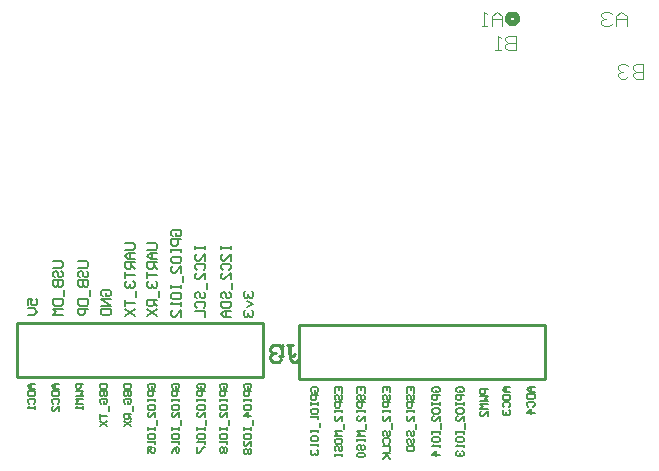
<source format=gbo>
%FSTAX23Y23*%
%MOIN*%
%SFA1B1*%

%IPPOS*%
%ADD11C,0.020000*%
%ADD13C,0.010000*%
%ADD16C,0.006000*%
%ADD17C,0.008000*%
%ADD18C,0.003000*%
%LNesp32c3phils-1*%
%LPD*%
G54D11*
X0458Y04115D02*
D01*
X04579Y04116*
X04579Y04117*
X04579Y04118*
X04579Y04119*
X04579Y0412*
X04578Y04121*
X04578Y04122*
X04577Y04122*
X04577Y04123*
X04576Y04124*
X04575Y04125*
X04575Y04126*
X04574Y04126*
X04573Y04127*
X04572Y04127*
X04571Y04128*
X0457Y04128*
X04569Y04129*
X04568Y04129*
X04567Y04129*
X04566Y04129*
X04565Y04129*
X04564*
X04563Y04129*
X04562Y04129*
X04561Y04129*
X0456Y04129*
X04559Y04128*
X04558Y04128*
X04557Y04127*
X04556Y04127*
X04555Y04126*
X04554Y04126*
X04554Y04125*
X04553Y04124*
X04552Y04123*
X04552Y04122*
X04551Y04122*
X04551Y04121*
X0455Y0412*
X0455Y04119*
X0455Y04118*
X0455Y04117*
X0455Y04116*
X0455Y04115*
X0455Y04113*
X0455Y04112*
X0455Y04111*
X0455Y0411*
X0455Y04109*
X04551Y04108*
X04551Y04107*
X04552Y04107*
X04552Y04106*
X04553Y04105*
X04554Y04104*
X04554Y04103*
X04555Y04103*
X04556Y04102*
X04557Y04102*
X04558Y04101*
X04559Y04101*
X0456Y041*
X04561Y041*
X04562Y041*
X04563Y041*
X04564Y041*
X04565*
X04566Y041*
X04567Y041*
X04568Y041*
X04569Y041*
X0457Y04101*
X04571Y04101*
X04572Y04102*
X04573Y04102*
X04574Y04103*
X04575Y04103*
X04575Y04104*
X04576Y04105*
X04577Y04106*
X04577Y04107*
X04578Y04107*
X04578Y04108*
X04579Y04109*
X04579Y0411*
X04579Y04111*
X04579Y04112*
X04579Y04113*
X0458Y04115*
G54D13*
X03854Y03095D02*
X04674D01*
Y02915D02*
Y03095D01*
X03854Y02915D02*
X04674D01*
X03854D02*
Y03095D01*
X02914Y031D02*
X03734D01*
Y0292D02*
Y031D01*
X02914Y0292D02*
X03734D01*
X02914D02*
Y031D01*
Y0292D02*
Y031D01*
Y0292D02*
X03734D01*
Y031*
X02914D02*
X03734D01*
X03814Y03029D02*
X03834D01*
X03824*
Y0298*
X03834Y0297*
X03844*
X03854Y0298*
X03794Y03019D02*
X03785Y03029D01*
X03765*
X03755Y03019*
Y03009*
X03765Y03*
X03775*
X03765*
X03755Y0299*
Y0298*
X03765Y0297*
X03785*
X03794Y0298*
X03814Y03029D02*
X03828D01*
X03821*
Y02996*
X03828Y0299*
X03834*
X03841Y02996*
X03801Y0299D02*
X03788D01*
X03795*
Y03029*
X03801Y03023*
G54D16*
X02974Y02899D02*
X02957D01*
X02949Y0289*
X02957Y02882*
X02974*
X02961*
Y02899*
X02949Y02874D02*
X02974D01*
Y02861*
X02969Y02857*
X02953*
X02949Y02861*
Y02874*
X02953Y02832D02*
X02949Y02836D01*
Y02844*
X02953Y02849*
X02969*
X02974Y02844*
Y02836*
X02969Y02832*
X02974Y02824D02*
Y02815D01*
Y02819*
X02949*
X02953Y02824*
X03054Y02899D02*
X03037D01*
X03029Y0289*
X03037Y02882*
X03054*
X03041*
Y02899*
X03029Y02874D02*
X03054D01*
Y02861*
X03049Y02857*
X03033*
X03029Y02861*
Y02874*
X03033Y02832D02*
X03029Y02836D01*
Y02844*
X03033Y02849*
X03049*
X03054Y02844*
Y02836*
X03049Y02832*
X03054Y02807D02*
Y02824D01*
X03037Y02807*
X03033*
X03029Y02811*
Y02819*
X03033Y02824*
X03134Y02899D02*
X03109D01*
Y02886*
X03113Y02882*
X03121*
X03125Y02886*
Y02899*
X03109Y02874D02*
X03134D01*
X03125Y02865*
X03134Y02857*
X03109*
X03134Y02849D02*
X03109D01*
X03117Y0284*
X03109Y02832*
X03134*
Y02824D02*
Y02815D01*
Y02819*
X03109*
X03113Y02824*
X03189Y02899D02*
X03214D01*
Y02886*
X0321Y02882*
X03194*
X03189Y02886*
Y02899*
Y02874D02*
X03214D01*
Y02861*
X0321Y02857*
X03206*
X03202Y02861*
Y02874*
Y02861*
X03198Y02857*
X03194*
X03189Y02861*
Y02874*
X03194Y02832D02*
X03189Y02836D01*
Y02844*
X03194Y02849*
X0321*
X03214Y02844*
Y02836*
X0321Y02832*
X03202*
Y0284*
X03219Y02824D02*
Y02807D01*
X03189Y02799D02*
Y02782D01*
Y0279*
X03214*
X03189Y02774D02*
X03214Y02757D01*
X03189D02*
X03214Y02774D01*
X03269Y02899D02*
X03294D01*
Y02886*
X0329Y02882*
X03274*
X03269Y02886*
Y02899*
Y02874D02*
X03294D01*
Y02861*
X0329Y02857*
X03286*
X03282Y02861*
Y02874*
Y02861*
X03278Y02857*
X03274*
X03269Y02861*
Y02874*
X03274Y02832D02*
X03269Y02836D01*
Y02844*
X03274Y02849*
X0329*
X03294Y02844*
Y02836*
X0329Y02832*
X03282*
Y0284*
X03299Y02824D02*
Y02807D01*
X03294Y02799D02*
X03269D01*
Y02786*
X03274Y02782*
X03282*
X03286Y02786*
Y02799*
Y0279D02*
X03294Y02782D01*
X03269Y02774D02*
X03294Y02757D01*
X03269D02*
X03294Y02774D01*
X03354Y02882D02*
X03349Y02886D01*
Y02894*
X03354Y02899*
X0337*
X03374Y02894*
Y02886*
X0337Y02882*
X03362*
Y0289*
X03374Y02874D02*
X03349D01*
Y02861*
X03354Y02857*
X03362*
X03366Y02861*
Y02874*
X03349Y02849D02*
Y0284D01*
Y02844*
X03374*
Y02849*
Y0284*
X03349Y02815D02*
Y02824D01*
X03354Y02828*
X0337*
X03374Y02824*
Y02815*
X0337Y02811*
X03354*
X03349Y02815*
X03374Y02786D02*
Y02803D01*
X03358Y02786*
X03354*
X03349Y0279*
Y02799*
X03354Y02803*
X03379Y02778D02*
Y02761D01*
X03349Y02753D02*
Y02744D01*
Y02749*
X03374*
Y02753*
Y02744*
X03349Y02719D02*
Y02728D01*
X03354Y02732*
X0337*
X03374Y02728*
Y02719*
X0337Y02715*
X03354*
X03349Y02719*
X03374Y02707D02*
Y02699D01*
Y02703*
X03349*
X03354Y02707*
X03349Y02669D02*
Y02686D01*
X03362*
X03358Y02678*
Y02674*
X03362Y02669*
X0337*
X03374Y02674*
Y02682*
X0337Y02686*
X03434Y02882D02*
X03429Y02886D01*
Y02894*
X03434Y02899*
X0345*
X03454Y02894*
Y02886*
X0345Y02882*
X03442*
Y0289*
X03454Y02874D02*
X03429D01*
Y02861*
X03434Y02857*
X03442*
X03446Y02861*
Y02874*
X03429Y02849D02*
Y0284D01*
Y02844*
X03454*
Y02849*
Y0284*
X03429Y02815D02*
Y02824D01*
X03434Y02828*
X0345*
X03454Y02824*
Y02815*
X0345Y02811*
X03434*
X03429Y02815*
X03454Y02786D02*
Y02803D01*
X03438Y02786*
X03434*
X03429Y0279*
Y02799*
X03434Y02803*
X03459Y02778D02*
Y02761D01*
X03429Y02753D02*
Y02744D01*
Y02749*
X03454*
Y02753*
Y02744*
X03429Y02719D02*
Y02728D01*
X03434Y02732*
X0345*
X03454Y02728*
Y02719*
X0345Y02715*
X03434*
X03429Y02719*
X03454Y02707D02*
Y02699D01*
Y02703*
X03429*
X03434Y02707*
X03429Y02669D02*
X03434Y02678D01*
X03442Y02686*
X0345*
X03454Y02682*
Y02674*
X0345Y02669*
X03446*
X03442Y02674*
Y02686*
X03519Y02882D02*
X03514Y02886D01*
Y02894*
X03519Y02899*
X03535*
X03539Y02894*
Y02886*
X03535Y02882*
X03527*
Y0289*
X03539Y02874D02*
X03514D01*
Y02861*
X03519Y02857*
X03527*
X03531Y02861*
Y02874*
X03514Y02849D02*
Y0284D01*
Y02844*
X03539*
Y02849*
Y0284*
X03514Y02815D02*
Y02824D01*
X03519Y02828*
X03535*
X03539Y02824*
Y02815*
X03535Y02811*
X03519*
X03514Y02815*
X03539Y02786D02*
Y02803D01*
X03523Y02786*
X03519*
X03514Y0279*
Y02799*
X03519Y02803*
X03544Y02778D02*
Y02761D01*
X03514Y02753D02*
Y02744D01*
Y02749*
X03539*
Y02753*
Y02744*
X03514Y02719D02*
Y02728D01*
X03519Y02732*
X03535*
X03539Y02728*
Y02719*
X03535Y02715*
X03519*
X03514Y02719*
X03539Y02707D02*
Y02699D01*
Y02703*
X03514*
X03519Y02707*
X03514Y02686D02*
Y02669D01*
X03519*
X03535Y02686*
X03539*
X03594Y02882D02*
X03589Y02886D01*
Y02894*
X03594Y02899*
X0361*
X03614Y02894*
Y02886*
X0361Y02882*
X03602*
Y0289*
X03614Y02874D02*
X03589D01*
Y02861*
X03594Y02857*
X03602*
X03606Y02861*
Y02874*
X03589Y02849D02*
Y0284D01*
Y02844*
X03614*
Y02849*
Y0284*
X03589Y02815D02*
Y02824D01*
X03594Y02828*
X0361*
X03614Y02824*
Y02815*
X0361Y02811*
X03594*
X03589Y02815*
X03614Y02786D02*
Y02803D01*
X03598Y02786*
X03594*
X03589Y0279*
Y02799*
X03594Y02803*
X03619Y02778D02*
Y02761D01*
X03589Y02753D02*
Y02744D01*
Y02749*
X03614*
Y02753*
Y02744*
X03589Y02719D02*
Y02728D01*
X03594Y02732*
X0361*
X03614Y02728*
Y02719*
X0361Y02715*
X03594*
X03589Y02719*
X03614Y02707D02*
Y02699D01*
Y02703*
X03589*
X03594Y02707*
Y02686D02*
X03589Y02682D01*
Y02674*
X03594Y02669*
X03598*
X03602Y02674*
X03606Y02669*
X0361*
X03614Y02674*
Y02682*
X0361Y02686*
X03606*
X03602Y02682*
X03598Y02686*
X03594*
X03602Y02682D02*
Y02674D01*
X03674Y02882D02*
X03669Y02886D01*
Y02894*
X03674Y02899*
X0369*
X03694Y02894*
Y02886*
X0369Y02882*
X03682*
Y0289*
X03694Y02874D02*
X03669D01*
Y02861*
X03674Y02857*
X03682*
X03686Y02861*
Y02874*
X03669Y02849D02*
Y0284D01*
Y02844*
X03694*
Y02849*
Y0284*
X03669Y02815D02*
Y02824D01*
X03674Y02828*
X0369*
X03694Y02824*
Y02815*
X0369Y02811*
X03674*
X03669Y02815*
X03694Y0279D02*
X03669D01*
X03682Y02803*
Y02786*
X03699Y02778D02*
Y02761D01*
X03669Y02753D02*
Y02744D01*
Y02749*
X03694*
Y02753*
Y02744*
X03669Y02719D02*
Y02728D01*
X03674Y02732*
X0369*
X03694Y02728*
Y02719*
X0369Y02715*
X03674*
X03669Y02719*
X03694Y0269D02*
Y02707D01*
X03678Y0269*
X03674*
X03669Y02694*
Y02703*
X03674Y02707*
Y02682D02*
X03669Y02678D01*
Y02669*
X03674Y02665*
X03678*
X03682Y02669*
X03686Y02665*
X0369*
X03694Y02669*
Y02678*
X0369Y02682*
X03686*
X03682Y02678*
X03678Y02682*
X03674*
X03682Y02678D02*
Y02669D01*
X04639Y02889D02*
X04622D01*
X04614Y0288*
X04622Y02872*
X04639*
X04626*
Y02889*
X04614Y02864D02*
X04639D01*
Y02851*
X04634Y02847*
X04618*
X04614Y02851*
Y02864*
X04618Y02822D02*
X04614Y02826D01*
Y02834*
X04618Y02839*
X04634*
X04639Y02834*
Y02826*
X04634Y02822*
X04639Y02801D02*
X04614D01*
X04626Y02814*
Y02797*
G54D17*
X03897Y02869D02*
X03892Y02874D01*
Y02882*
X03897Y02886*
X03913*
X03917Y02882*
Y02874*
X03913Y02869*
X03905*
Y02878*
X03917Y02861D02*
X03892D01*
Y02849*
X03897Y02844*
X03905*
X03909Y02849*
Y02861*
X03892Y02836D02*
Y02828D01*
Y02832*
X03917*
Y02836*
Y02828*
X03892Y02803D02*
Y02811D01*
X03897Y02815*
X03913*
X03917Y02811*
Y02803*
X03913Y02799*
X03897*
X03892Y02803*
X03917Y0279D02*
Y02782D01*
Y02786*
X03892*
X03897Y0279*
X03922Y02769D02*
Y02753D01*
X03892Y02744D02*
Y02736D01*
Y0274*
X03917*
Y02744*
Y02736*
X03892Y02711D02*
Y02719D01*
X03897Y02724*
X03913*
X03917Y02719*
Y02711*
X03913Y02707*
X03897*
X03892Y02711*
X03917Y02699D02*
Y0269D01*
Y02694*
X03892*
X03897Y02699*
Y02678D02*
X03892Y02674D01*
Y02665*
X03897Y02661*
X03901*
X03905Y02665*
Y02669*
Y02665*
X03909Y02661*
X03913*
X03917Y02665*
Y02674*
X03913Y02678*
X03972Y02869D02*
Y02886D01*
X03997*
Y02869*
X03985Y02886D02*
Y02878D01*
X03977Y02844D02*
X03972Y02849D01*
Y02857*
X03977Y02861*
X03981*
X03985Y02857*
Y02849*
X03989Y02844*
X03993*
X03997Y02849*
Y02857*
X03993Y02861*
X03997Y02836D02*
X03972D01*
Y02824*
X03977Y02819*
X03985*
X03989Y02824*
Y02836*
X03972Y02811D02*
Y02803D01*
Y02807*
X03997*
Y02811*
Y02803*
Y02774D02*
Y0279D01*
X03981Y02774*
X03977*
X03972Y02778*
Y02786*
X03977Y0279*
X04002Y02765D02*
Y02749D01*
X03997Y0274D02*
X03972D01*
X03981Y02732*
X03972Y02724*
X03997*
X03972Y02703D02*
Y02711D01*
X03977Y02715*
X03993*
X03997Y02711*
Y02703*
X03993Y02699*
X03977*
X03972Y02703*
X03977Y02674D02*
X03972Y02678D01*
Y02686*
X03977Y0269*
X03981*
X03985Y02686*
Y02678*
X03989Y02674*
X03993*
X03997Y02678*
Y02686*
X03993Y0269*
X03972Y02665D02*
Y02657D01*
Y02661*
X03997*
Y02665*
Y02657*
X04047Y02869D02*
Y02886D01*
X04072*
Y02869*
X0406Y02886D02*
Y02878D01*
X04052Y02844D02*
X04047Y02849D01*
Y02857*
X04052Y02861*
X04056*
X0406Y02857*
Y02849*
X04064Y02844*
X04068*
X04072Y02849*
Y02857*
X04068Y02861*
X04072Y02836D02*
X04047D01*
Y02824*
X04052Y02819*
X0406*
X04064Y02824*
Y02836*
X04047Y02811D02*
Y02803D01*
Y02807*
X04072*
Y02811*
Y02803*
Y02774D02*
Y0279D01*
X04056Y02774*
X04052*
X04047Y02778*
Y02786*
X04052Y0279*
X04077Y02765D02*
Y02749D01*
X04072Y0274D02*
X04047D01*
X04056Y02732*
X04047Y02724*
X04072*
X04047Y02715D02*
Y02707D01*
Y02711*
X04072*
Y02715*
Y02707*
X04052Y02678D02*
X04047Y02682D01*
Y0269*
X04052Y02694*
X04056*
X0406Y0269*
Y02682*
X04064Y02678*
X04068*
X04072Y02682*
Y0269*
X04068Y02694*
X04047Y02657D02*
Y02665D01*
X04052Y02669*
X04068*
X04072Y02665*
Y02657*
X04068Y02653*
X04052*
X04047Y02657*
X04132Y0287D02*
Y02887D01*
X04157*
Y0287*
X04145Y02887D02*
Y02878D01*
X04137Y02845D02*
X04132Y02849D01*
Y02857*
X04137Y02862*
X04141*
X04145Y02857*
Y02849*
X04149Y02845*
X04153*
X04157Y02849*
Y02857*
X04153Y02862*
X04157Y02837D02*
X04132D01*
Y02824*
X04137Y0282*
X04145*
X04149Y02824*
Y02837*
X04132Y02812D02*
Y02803D01*
Y02807*
X04157*
Y02812*
Y02803*
Y02774D02*
Y02791D01*
X04141Y02774*
X04137*
X04132Y02778*
Y02787*
X04137Y02791*
X04162Y02766D02*
Y02749D01*
X04137Y02724D02*
X04132Y02728D01*
Y02737*
X04137Y02741*
X04141*
X04145Y02737*
Y02728*
X04149Y02724*
X04153*
X04157Y02728*
Y02737*
X04153Y02741*
X04137Y02699D02*
X04132Y02703D01*
Y02712*
X04137Y02716*
X04153*
X04157Y02712*
Y02703*
X04153Y02699*
X04132Y02691D02*
X04157D01*
Y02674*
X04132Y02666D02*
X04157D01*
X04149*
X04132Y02649*
X04145Y02662*
X04157Y02649*
X04212Y02869D02*
Y02886D01*
X04237*
Y02869*
X04225Y02886D02*
Y02878D01*
X04217Y02844D02*
X04212Y02849D01*
Y02857*
X04217Y02861*
X04221*
X04225Y02857*
Y02849*
X04229Y02844*
X04233*
X04237Y02849*
Y02857*
X04233Y02861*
X04237Y02836D02*
X04212D01*
Y02824*
X04217Y02819*
X04225*
X04229Y02824*
Y02836*
X04212Y02811D02*
Y02803D01*
Y02807*
X04237*
Y02811*
Y02803*
Y02774D02*
Y0279D01*
X04221Y02774*
X04217*
X04212Y02778*
Y02786*
X04217Y0279*
X04242Y02765D02*
Y02749D01*
X04217Y02724D02*
X04212Y02728D01*
Y02736*
X04217Y0274*
X04221*
X04225Y02736*
Y02728*
X04229Y02724*
X04233*
X04237Y02728*
Y02736*
X04233Y0274*
X04217Y02699D02*
X04212Y02703D01*
Y02711*
X04217Y02715*
X04221*
X04225Y02711*
Y02703*
X04229Y02699*
X04233*
X04237Y02703*
Y02711*
X04233Y02715*
X04217Y0269D02*
X04212Y02686D01*
Y02678*
X04217Y02674*
X04233*
X04237Y02678*
Y02686*
X04233Y0269*
X04217*
X04302Y0287D02*
X04297Y02874D01*
Y02882*
X04302Y02887*
X04318*
X04322Y02882*
Y02874*
X04318Y0287*
X0431*
Y02878*
X04322Y02862D02*
X04297D01*
Y02849*
X04302Y02845*
X0431*
X04314Y02849*
Y02862*
X04297Y02837D02*
Y02828D01*
Y02832*
X04322*
Y02837*
Y02828*
X04297Y02803D02*
Y02812D01*
X04302Y02816*
X04318*
X04322Y02812*
Y02803*
X04318Y02799*
X04302*
X04297Y02803*
X04322Y02774D02*
Y02791D01*
X04306Y02774*
X04302*
X04297Y02778*
Y02787*
X04302Y02791*
X04327Y02766D02*
Y02749D01*
X04297Y02741D02*
Y02732D01*
Y02737*
X04322*
Y02741*
Y02732*
X04297Y02707D02*
Y02716D01*
X04302Y0272*
X04318*
X04322Y02716*
Y02707*
X04318Y02703*
X04302*
X04297Y02707*
X04322Y02695D02*
Y02687D01*
Y02691*
X04297*
X04302Y02695*
X04322Y02662D02*
X04297D01*
X0431Y02674*
Y02657*
X04382Y0287D02*
X04377Y02874D01*
Y02882*
X04382Y02887*
X04398*
X04402Y02882*
Y02874*
X04398Y0287*
X0439*
Y02878*
X04402Y02862D02*
X04377D01*
Y02849*
X04382Y02845*
X0439*
X04394Y02849*
Y02862*
X04377Y02837D02*
Y02828D01*
Y02832*
X04402*
Y02837*
Y02828*
X04377Y02803D02*
Y02812D01*
X04382Y02816*
X04398*
X04402Y02812*
Y02803*
X04398Y02799*
X04382*
X04377Y02803*
X04402Y02774D02*
Y02791D01*
X04386Y02774*
X04382*
X04377Y02778*
Y02787*
X04382Y02791*
X04407Y02766D02*
Y02749D01*
X04377Y02741D02*
Y02732D01*
Y02737*
X04402*
Y02741*
Y02732*
X04377Y02707D02*
Y02716D01*
X04382Y0272*
X04398*
X04402Y02716*
Y02707*
X04398Y02703*
X04382*
X04377Y02707*
X04402Y02695D02*
Y02687D01*
Y02691*
X04377*
X04382Y02695*
Y02674D02*
X04377Y0267D01*
Y02662*
X04382Y02657*
X04386*
X0439Y02662*
Y02666*
Y02662*
X04394Y02657*
X04398*
X04402Y02662*
Y0267*
X04398Y02674*
X04482Y02882D02*
X04457D01*
Y02869*
X04461Y02865*
X04469*
X04473Y02869*
Y02882*
X04457Y02857D02*
X04482D01*
X04473Y02848*
X04482Y0284*
X04457*
X04482Y02832D02*
X04457D01*
X04465Y02823*
X04457Y02815*
X04482*
Y0279D02*
Y02807D01*
X04465Y0279*
X04461*
X04457Y02794*
Y02802*
X04461Y02807*
X04557Y02887D02*
X0454D01*
X04532Y02878*
X0454Y0287*
X04557*
X04544*
Y02887*
X04532Y02862D02*
X04557D01*
Y02849*
X04552Y02845*
X04536*
X04532Y02849*
Y02862*
X04536Y0282D02*
X04532Y02824D01*
Y02832*
X04536Y02837*
X04552*
X04557Y02832*
Y02824*
X04552Y0282*
X04536Y02812D02*
X04532Y02807D01*
Y02799*
X04536Y02795*
X0454*
X04544Y02799*
Y02803*
Y02799*
X04548Y02795*
X04552*
X04557Y02799*
Y02807*
X04552Y02812*
X03674Y03206D02*
X03669Y03201D01*
Y0319*
X03674Y03185*
X03679*
X03684Y0319*
Y03196*
Y0319*
X0369Y03185*
X03695*
X037Y0319*
Y03201*
X03695Y03206*
X03679Y03175D02*
X037Y03164D01*
X03679Y03154*
X03674Y03143D02*
X03669Y03138D01*
Y03127*
X03674Y03122*
X03679*
X03684Y03127*
Y03133*
Y03127*
X0369Y03122*
X03695*
X037Y03127*
Y03138*
X03695Y03143*
X03593Y03356D02*
Y03346D01*
Y03351*
X03625*
Y03356*
Y03346*
Y03309D02*
Y0333D01*
X03604Y03309*
X03599*
X03593Y03314*
Y03325*
X03599Y0333*
Y03277D02*
X03593Y03283D01*
Y03293*
X03599Y03298*
X0362*
X03625Y03293*
Y03283*
X0362Y03277*
X03625Y03246D02*
Y03267D01*
X03604Y03246*
X03599*
X03593Y03251*
Y03262*
X03599Y03267*
X0363Y03235D02*
Y03214D01*
X03599Y03183D02*
X03593Y03188D01*
Y03199*
X03599Y03204*
X03604*
X03609Y03199*
Y03188*
X03614Y03183*
X0362*
X03625Y03188*
Y03199*
X0362Y03204*
X03593Y03172D02*
X03625D01*
Y03157*
X0362Y03151*
X03599*
X03593Y03157*
Y03172*
X03625Y03141D02*
X03604D01*
X03593Y0313*
X03604Y0312*
X03625*
X03609*
Y03141*
X03508Y03356D02*
Y03346D01*
Y03351*
X0354*
Y03356*
Y03346*
Y03309D02*
Y0333D01*
X03519Y03309*
X03514*
X03508Y03314*
Y03325*
X03514Y0333*
Y03277D02*
X03508Y03283D01*
Y03293*
X03514Y03298*
X03535*
X0354Y03293*
Y03283*
X03535Y03277*
X0354Y03246D02*
Y03267D01*
X03519Y03246*
X03514*
X03508Y03251*
Y03262*
X03514Y03267*
X03545Y03235D02*
Y03214D01*
X03514Y03183D02*
X03508Y03188D01*
Y03199*
X03514Y03204*
X03519*
X03524Y03199*
Y03188*
X03529Y03183*
X03535*
X0354Y03188*
Y03199*
X03535Y03204*
X03514Y03151D02*
X03508Y03157D01*
Y03167*
X03514Y03172*
X03535*
X0354Y03167*
Y03157*
X03535Y03151*
X03508Y03141D02*
X0354D01*
Y0312*
X03434Y0339D02*
X03428Y03395D01*
Y03406*
X03434Y03411*
X03455*
X0346Y03406*
Y03395*
X03455Y0339*
X03444*
Y03401*
X0346Y0338D02*
X03428D01*
Y03364*
X03434Y03359*
X03444*
X03449Y03364*
Y0338*
X03428Y03348D02*
Y03338D01*
Y03343*
X0346*
Y03348*
Y03338*
X03428Y03306D02*
Y03317D01*
X03434Y03322*
X03455*
X0346Y03317*
Y03306*
X03455Y03301*
X03434*
X03428Y03306*
X0346Y03269D02*
Y0329D01*
X03439Y03269*
X03434*
X03428Y03275*
Y03285*
X03434Y0329*
X03465Y03259D02*
Y03238D01*
X03428Y03227D02*
Y03217D01*
Y03222*
X0346*
Y03227*
Y03217*
X03428Y03185D02*
Y03196D01*
X03434Y03201*
X03455*
X0346Y03196*
Y03185*
X03455Y0318*
X03434*
X03428Y03185*
X0346Y0317D02*
Y03159D01*
Y03164*
X03428*
X03434Y0317*
X0346Y03122D02*
Y03143D01*
X03439Y03122*
X03434*
X03428Y03128*
Y03138*
X03434Y03143*
X03348Y03366D02*
X03375D01*
X0338Y03361*
Y0335*
X03375Y03345*
X03348*
X0338Y03335D02*
X03359D01*
X03348Y03324*
X03359Y03314*
X0338*
X03364*
Y03335*
X0338Y03303D02*
X03348D01*
Y03287*
X03354Y03282*
X03364*
X03369Y03287*
Y03303*
Y03293D02*
X0338Y03282D01*
X03348Y03272D02*
Y03251D01*
Y03261*
X0338*
X03354Y0324D02*
X03348Y03235D01*
Y03224*
X03354Y03219*
X03359*
X03364Y03224*
Y0323*
Y03224*
X03369Y03219*
X03375*
X0338Y03224*
Y03235*
X03375Y0324*
X03385Y03209D02*
Y03188D01*
X0338Y03177D02*
X03348D01*
Y03161*
X03354Y03156*
X03364*
X03369Y03161*
Y03177*
Y03167D02*
X0338Y03156D01*
X03348Y03146D02*
X0338Y03125D01*
X03348D02*
X0338Y03146D01*
X03273Y03366D02*
X033D01*
X03305Y03361*
Y0335*
X033Y03345*
X03273*
X03305Y03335D02*
X03284D01*
X03273Y03324*
X03284Y03314*
X03305*
X03289*
Y03335*
X03305Y03303D02*
X03273D01*
Y03287*
X03279Y03282*
X03289*
X03294Y03287*
Y03303*
Y03293D02*
X03305Y03282D01*
X03273Y03272D02*
Y03251D01*
Y03261*
X03305*
X03279Y0324D02*
X03273Y03235D01*
Y03224*
X03279Y03219*
X03284*
X03289Y03224*
Y0323*
Y03224*
X03294Y03219*
X033*
X03305Y03224*
Y03235*
X033Y0324*
X0331Y03209D02*
Y03188D01*
X03273Y03177D02*
Y03156D01*
Y03167*
X03305*
X03273Y03146D02*
X03305Y03125D01*
X03273D02*
X03305Y03146D01*
X03199Y0319D02*
X03194Y03195D01*
Y03206*
X03199Y03211*
X0322*
X03225Y03206*
Y03195*
X0322Y0319*
X03209*
Y03201*
X03225Y0318D02*
X03194D01*
X03225Y03159*
X03194*
Y03148D02*
X03225D01*
Y03132*
X0322Y03127*
X03199*
X03194Y03132*
Y03148*
X03118Y03306D02*
X03145D01*
X0315Y03301*
Y0329*
X03145Y03285*
X03118*
X03124Y03254D02*
X03118Y03259D01*
Y03269*
X03124Y03275*
X03129*
X03134Y03269*
Y03259*
X03139Y03254*
X03145*
X0315Y03259*
Y03269*
X03145Y03275*
X03118Y03243D02*
X0315D01*
Y03227*
X03145Y03222*
X03139*
X03134Y03227*
Y03243*
Y03227*
X03129Y03222*
X03124*
X03118Y03227*
Y03243*
X03155Y03212D02*
Y03191D01*
X03118Y0318D02*
X0315D01*
Y03164*
X03145Y03159*
X03124*
X03118Y03164*
Y0318*
X0315Y03149D02*
X03118D01*
Y03133*
X03124Y03128*
X03134*
X03139Y03133*
Y03149*
X03033Y03306D02*
X0306D01*
X03065Y03301*
Y0329*
X0306Y03285*
X03033*
X03039Y03254D02*
X03033Y03259D01*
Y03269*
X03039Y03275*
X03044*
X03049Y03269*
Y03259*
X03054Y03254*
X0306*
X03065Y03259*
Y03269*
X0306Y03275*
X03033Y03243D02*
X03065D01*
Y03227*
X0306Y03222*
X03054*
X03049Y03227*
Y03243*
Y03227*
X03044Y03222*
X03039*
X03033Y03227*
Y03243*
X0307Y03212D02*
Y03191D01*
X03033Y0318D02*
X03065D01*
Y03164*
X0306Y03159*
X03039*
X03033Y03164*
Y0318*
X03065Y03149D02*
X03033D01*
X03044Y03138*
X03033Y03128*
X03065*
X02949Y0316D02*
Y03181D01*
X02964*
X02959Y03171*
Y03165*
X02964Y0316*
X02975*
X0298Y03165*
Y03176*
X02975Y03181*
X02949Y0315D02*
X0297D01*
X0298Y03139*
X0297Y03129*
X02949*
G54D18*
X0453Y0409D02*
Y04123D01*
X04513Y04139*
X04496Y04123*
Y0409*
Y04114*
X0453*
X0448Y0409D02*
X04463D01*
X04471*
Y04139*
X0448Y04131*
X04575Y04059D02*
Y0401D01*
X0455*
X04541Y04018*
Y04026*
X0455Y04034*
X04575*
X0455*
X04541Y04043*
Y04051*
X0455Y04059*
X04575*
X04525Y0401D02*
X04508D01*
X04516*
Y04059*
X04525Y04051*
X04945Y0409D02*
Y04123D01*
X04928Y04139*
X04911Y04123*
Y0409*
Y04114*
X04945*
X04895Y04131D02*
X04886Y04139D01*
X0487*
X04861Y04131*
Y04123*
X0487Y04114*
X04878*
X0487*
X04861Y04106*
Y04098*
X0487Y0409*
X04886*
X04895Y04098*
X05Y03964D02*
Y03915D01*
X04975*
X04966Y03923*
Y03931*
X04975Y03939*
X05*
X04975*
X04966Y03948*
Y03956*
X04975Y03964*
X05*
X0495Y03956D02*
X04941Y03964D01*
X04925*
X04916Y03956*
Y03948*
X04925Y03939*
X04933*
X04925*
X04916Y03931*
Y03923*
X04925Y03915*
X04941*
X0495Y03923*
M02*
</source>
